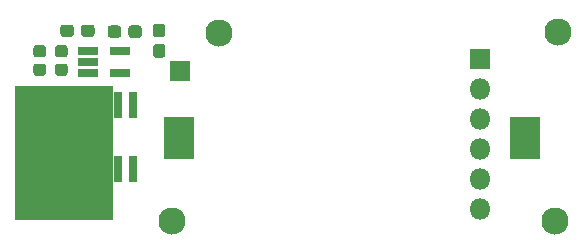
<source format=gbr>
%TF.GenerationSoftware,KiCad,Pcbnew,(5.1.6)-1*%
%TF.CreationDate,2020-11-12T12:57:51-08:00*%
%TF.ProjectId,frontendfullv2,66726f6e-7465-46e6-9466-756c6c76322e,rev?*%
%TF.SameCoordinates,Original*%
%TF.FileFunction,Soldermask,Bot*%
%TF.FilePolarity,Negative*%
%FSLAX46Y46*%
G04 Gerber Fmt 4.6, Leading zero omitted, Abs format (unit mm)*
G04 Created by KiCad (PCBNEW (5.1.6)-1) date 2020-11-12 12:57:51*
%MOMM*%
%LPD*%
G01*
G04 APERTURE LIST*
%ADD10C,0.100000*%
%ADD11R,1.660000X0.750000*%
%ADD12R,1.800000X1.800000*%
%ADD13R,0.700000X2.300000*%
%ADD14C,2.300000*%
%ADD15O,1.800000X1.800000*%
%ADD16R,2.100000X3.100000*%
%ADD17R,2.640000X3.610000*%
G04 APERTURE END LIST*
D10*
G36*
X74295000Y-130683000D02*
G01*
X66040000Y-130683000D01*
X66040000Y-119380000D01*
X74295000Y-119380000D01*
X74295000Y-130683000D01*
G37*
X74295000Y-130683000D02*
X66040000Y-130683000D01*
X66040000Y-119380000D01*
X74295000Y-119380000D01*
X74295000Y-130683000D01*
%TO.C,C3*%
G36*
G01*
X70336938Y-129025600D02*
X71293462Y-129025600D01*
G75*
G02*
X71565200Y-129297338I0J-271738D01*
G01*
X71565200Y-130003862D01*
G75*
G02*
X71293462Y-130275600I-271738J0D01*
G01*
X70336938Y-130275600D01*
G75*
G02*
X70065200Y-130003862I0J271738D01*
G01*
X70065200Y-129297338D01*
G75*
G02*
X70336938Y-129025600I271738J0D01*
G01*
G37*
G36*
G01*
X70336938Y-126975600D02*
X71293462Y-126975600D01*
G75*
G02*
X71565200Y-127247338I0J-271738D01*
G01*
X71565200Y-127953862D01*
G75*
G02*
X71293462Y-128225600I-271738J0D01*
G01*
X70336938Y-128225600D01*
G75*
G02*
X70065200Y-127953862I0J271738D01*
G01*
X70065200Y-127247338D01*
G75*
G02*
X70336938Y-126975600I271738J0D01*
G01*
G37*
%TD*%
%TO.C,C13*%
G36*
G01*
X75073200Y-114545500D02*
X75073200Y-115070500D01*
G75*
G02*
X74810700Y-115333000I-262500J0D01*
G01*
X74185700Y-115333000D01*
G75*
G02*
X73923200Y-115070500I0J262500D01*
G01*
X73923200Y-114545500D01*
G75*
G02*
X74185700Y-114283000I262500J0D01*
G01*
X74810700Y-114283000D01*
G75*
G02*
X75073200Y-114545500I0J-262500D01*
G01*
G37*
G36*
G01*
X76823200Y-114545500D02*
X76823200Y-115070500D01*
G75*
G02*
X76560700Y-115333000I-262500J0D01*
G01*
X75935700Y-115333000D01*
G75*
G02*
X75673200Y-115070500I0J262500D01*
G01*
X75673200Y-114545500D01*
G75*
G02*
X75935700Y-114283000I262500J0D01*
G01*
X76560700Y-114283000D01*
G75*
G02*
X76823200Y-114545500I0J-262500D01*
G01*
G37*
%TD*%
%TO.C,C12*%
G36*
G01*
X71062600Y-114469300D02*
X71062600Y-114994300D01*
G75*
G02*
X70800100Y-115256800I-262500J0D01*
G01*
X70175100Y-115256800D01*
G75*
G02*
X69912600Y-114994300I0J262500D01*
G01*
X69912600Y-114469300D01*
G75*
G02*
X70175100Y-114206800I262500J0D01*
G01*
X70800100Y-114206800D01*
G75*
G02*
X71062600Y-114469300I0J-262500D01*
G01*
G37*
G36*
G01*
X72812600Y-114469300D02*
X72812600Y-114994300D01*
G75*
G02*
X72550100Y-115256800I-262500J0D01*
G01*
X71925100Y-115256800D01*
G75*
G02*
X71662600Y-114994300I0J262500D01*
G01*
X71662600Y-114469300D01*
G75*
G02*
X71925100Y-114206800I262500J0D01*
G01*
X72550100Y-114206800D01*
G75*
G02*
X72812600Y-114469300I0J-262500D01*
G01*
G37*
%TD*%
D11*
%TO.C,U7*%
X74959200Y-118323400D03*
X74959200Y-116423400D03*
X72259200Y-116423400D03*
X72259200Y-117373400D03*
X72259200Y-118323400D03*
%TD*%
D12*
%TO.C,J2*%
X80010000Y-118110000D03*
%TD*%
%TO.C,R1*%
G36*
G01*
X68713000Y-117771300D02*
X68713000Y-118296300D01*
G75*
G02*
X68450500Y-118558800I-262500J0D01*
G01*
X67900500Y-118558800D01*
G75*
G02*
X67638000Y-118296300I0J262500D01*
G01*
X67638000Y-117771300D01*
G75*
G02*
X67900500Y-117508800I262500J0D01*
G01*
X68450500Y-117508800D01*
G75*
G02*
X68713000Y-117771300I0J-262500D01*
G01*
G37*
G36*
G01*
X70538000Y-117771300D02*
X70538000Y-118296300D01*
G75*
G02*
X70275500Y-118558800I-262500J0D01*
G01*
X69725500Y-118558800D01*
G75*
G02*
X69463000Y-118296300I0J262500D01*
G01*
X69463000Y-117771300D01*
G75*
G02*
X69725500Y-117508800I262500J0D01*
G01*
X70275500Y-117508800D01*
G75*
G02*
X70538000Y-117771300I0J-262500D01*
G01*
G37*
%TD*%
%TO.C,R2*%
G36*
G01*
X69463000Y-116721500D02*
X69463000Y-116196500D01*
G75*
G02*
X69725500Y-115934000I262500J0D01*
G01*
X70275500Y-115934000D01*
G75*
G02*
X70538000Y-116196500I0J-262500D01*
G01*
X70538000Y-116721500D01*
G75*
G02*
X70275500Y-116984000I-262500J0D01*
G01*
X69725500Y-116984000D01*
G75*
G02*
X69463000Y-116721500I0J262500D01*
G01*
G37*
G36*
G01*
X67638000Y-116721500D02*
X67638000Y-116196500D01*
G75*
G02*
X67900500Y-115934000I262500J0D01*
G01*
X68450500Y-115934000D01*
G75*
G02*
X68713000Y-116196500I0J-262500D01*
G01*
X68713000Y-116721500D01*
G75*
G02*
X68450500Y-116984000I-262500J0D01*
G01*
X67900500Y-116984000D01*
G75*
G02*
X67638000Y-116721500I0J262500D01*
G01*
G37*
%TD*%
%TO.C,R3*%
G36*
G01*
X69563611Y-128324500D02*
X68612389Y-128324500D01*
G75*
G02*
X68338000Y-128050111I0J274389D01*
G01*
X68338000Y-127473889D01*
G75*
G02*
X68612389Y-127199500I274389J0D01*
G01*
X69563611Y-127199500D01*
G75*
G02*
X69838000Y-127473889I0J-274389D01*
G01*
X69838000Y-128050111D01*
G75*
G02*
X69563611Y-128324500I-274389J0D01*
G01*
G37*
G36*
G01*
X69563611Y-130149500D02*
X68612389Y-130149500D01*
G75*
G02*
X68338000Y-129875111I0J274389D01*
G01*
X68338000Y-129298889D01*
G75*
G02*
X68612389Y-129024500I274389J0D01*
G01*
X69563611Y-129024500D01*
G75*
G02*
X69838000Y-129298889I0J-274389D01*
G01*
X69838000Y-129875111D01*
G75*
G02*
X69563611Y-130149500I-274389J0D01*
G01*
G37*
%TD*%
D13*
%TO.C,U1*%
X76073000Y-120998000D03*
X76073000Y-126398000D03*
X74803000Y-120998000D03*
X74803000Y-126398000D03*
X73533000Y-120998000D03*
X73533000Y-126398000D03*
X72263000Y-120998000D03*
X72263000Y-126398000D03*
%TD*%
D14*
%TO.C,H4*%
X112014000Y-114808000D03*
%TD*%
%TO.C,H3*%
X79375000Y-130810000D03*
%TD*%
%TO.C,H2*%
X111760000Y-130810000D03*
%TD*%
%TO.C,H1*%
X83312000Y-114935000D03*
%TD*%
D15*
%TO.C,J3*%
X105410000Y-129794000D03*
X105410000Y-127254000D03*
X105410000Y-124714000D03*
X105410000Y-122174000D03*
X105410000Y-119634000D03*
D12*
X105410000Y-117094000D03*
%TD*%
D16*
%TO.C,J1*%
X69088000Y-125476000D03*
%TD*%
%TO.C,C2*%
G36*
G01*
X78020300Y-115846100D02*
X78545300Y-115846100D01*
G75*
G02*
X78807800Y-116108600I0J-262500D01*
G01*
X78807800Y-116758600D01*
G75*
G02*
X78545300Y-117021100I-262500J0D01*
G01*
X78020300Y-117021100D01*
G75*
G02*
X77757800Y-116758600I0J262500D01*
G01*
X77757800Y-116108600D01*
G75*
G02*
X78020300Y-115846100I262500J0D01*
G01*
G37*
G36*
G01*
X78020300Y-114121100D02*
X78545300Y-114121100D01*
G75*
G02*
X78807800Y-114383600I0J-262500D01*
G01*
X78807800Y-115033600D01*
G75*
G02*
X78545300Y-115296100I-262500J0D01*
G01*
X78020300Y-115296100D01*
G75*
G02*
X77757800Y-115033600I0J262500D01*
G01*
X77757800Y-114383600D01*
G75*
G02*
X78020300Y-114121100I262500J0D01*
G01*
G37*
%TD*%
D17*
%TO.C,BT1*%
X79935000Y-123825000D03*
X109295000Y-123825000D03*
%TD*%
M02*

</source>
